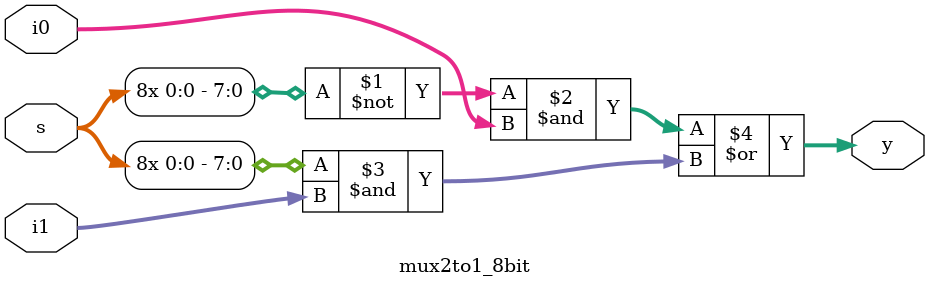
<source format=v>
`timescale 1ns / 1ps


module mux2to1_8bit(
    input s,
    input [7:0] i0, // 8 bit input #0
    input [7:0] i1, // 8 bit input #1
    output [7:0] y  // 8 bit output
    );
    
    assign y = (~{8{s}} & i0) | ({8{s}} & i1); // Extend selector to 8 bits then do multiplier logic
    
endmodule

</source>
